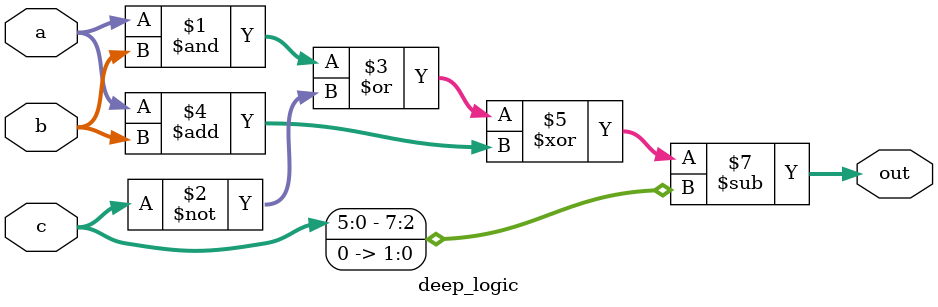
<source format=sv>
module deep_logic (
    input logic [7:0] a,
    input logic [7:0] b,
    input logic [7:0] c,
    output logic [7:0] out
);
    assign out = (((a & b) | (~c)) ^ (a + b)) - (c << 2);
endmodule


</source>
